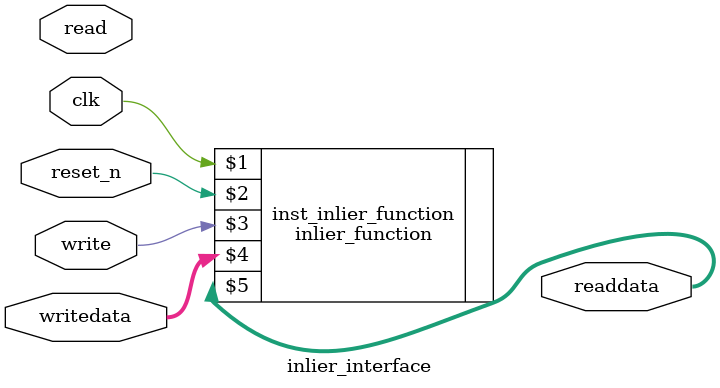
<source format=v>
module inlier_interface(clk, reset_n, write, writedata, read, readdata);

input wire clk, reset_n, write, read;
input signed [31:0] writedata;
output [31:0] readdata;

inlier_function inst_inlier_function(clk, reset_n, write, writedata, readdata);

endmodule
</source>
